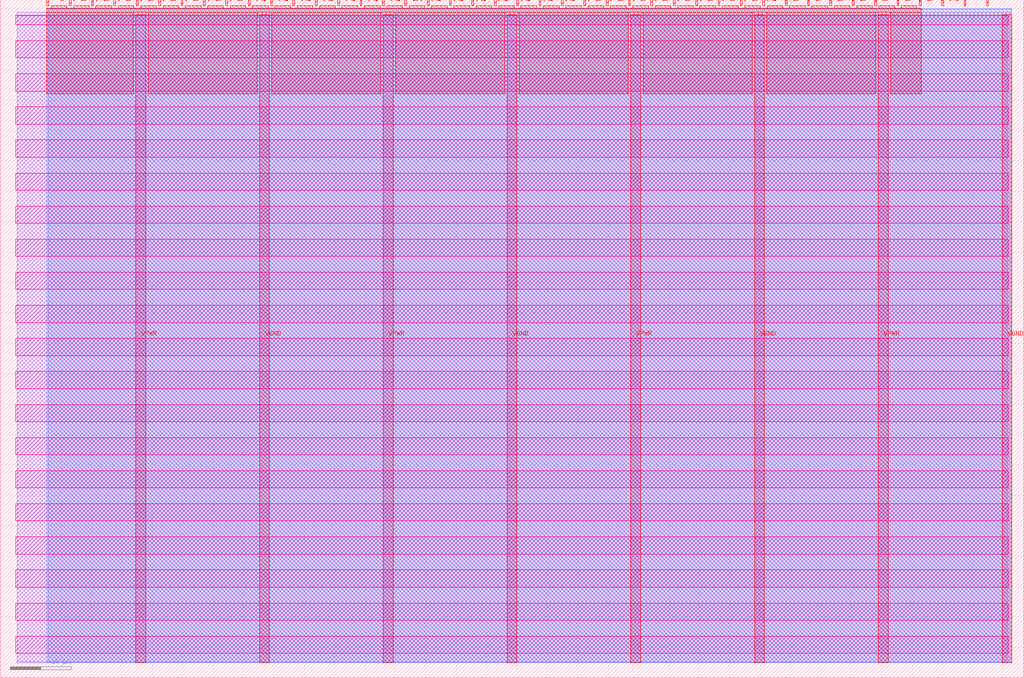
<source format=lef>
VERSION 5.7 ;
  NOWIREEXTENSIONATPIN ON ;
  DIVIDERCHAR "/" ;
  BUSBITCHARS "[]" ;
MACRO tt_um_wokwi_346662028519146068
  CLASS BLOCK ;
  FOREIGN tt_um_wokwi_346662028519146068 ;
  ORIGIN 0.000 0.000 ;
  SIZE 168.360 BY 111.520 ;
  PIN VGND
    DIRECTION INOUT ;
    USE GROUND ;
    PORT
      LAYER met4 ;
        RECT 42.670 2.480 44.270 109.040 ;
    END
    PORT
      LAYER met4 ;
        RECT 83.380 2.480 84.980 109.040 ;
    END
    PORT
      LAYER met4 ;
        RECT 124.090 2.480 125.690 109.040 ;
    END
    PORT
      LAYER met4 ;
        RECT 164.800 2.480 166.400 109.040 ;
    END
  END VGND
  PIN VPWR
    DIRECTION INOUT ;
    USE POWER ;
    PORT
      LAYER met4 ;
        RECT 22.315 2.480 23.915 109.040 ;
    END
    PORT
      LAYER met4 ;
        RECT 63.025 2.480 64.625 109.040 ;
    END
    PORT
      LAYER met4 ;
        RECT 103.735 2.480 105.335 109.040 ;
    END
    PORT
      LAYER met4 ;
        RECT 144.445 2.480 146.045 109.040 ;
    END
  END VPWR
  PIN clk
    DIRECTION INPUT ;
    USE SIGNAL ;
    PORT
      LAYER met4 ;
        RECT 158.550 110.520 158.850 111.520 ;
    END
  END clk
  PIN ena
    DIRECTION INPUT ;
    USE SIGNAL ;
    PORT
      LAYER met4 ;
        RECT 162.230 110.520 162.530 111.520 ;
    END
  END ena
  PIN rst_n
    DIRECTION INPUT ;
    USE SIGNAL ;
    PORT
      LAYER met4 ;
        RECT 154.870 110.520 155.170 111.520 ;
    END
  END rst_n
  PIN ui_in[0]
    DIRECTION INPUT ;
    USE SIGNAL ;
    ANTENNAGATEAREA 0.196500 ;
    PORT
      LAYER met4 ;
        RECT 151.190 110.520 151.490 111.520 ;
    END
  END ui_in[0]
  PIN ui_in[1]
    DIRECTION INPUT ;
    USE SIGNAL ;
    ANTENNAGATEAREA 0.196500 ;
    PORT
      LAYER met4 ;
        RECT 147.510 110.520 147.810 111.520 ;
    END
  END ui_in[1]
  PIN ui_in[2]
    DIRECTION INPUT ;
    USE SIGNAL ;
    ANTENNAGATEAREA 0.196500 ;
    PORT
      LAYER met4 ;
        RECT 143.830 110.520 144.130 111.520 ;
    END
  END ui_in[2]
  PIN ui_in[3]
    DIRECTION INPUT ;
    USE SIGNAL ;
    PORT
      LAYER met4 ;
        RECT 140.150 110.520 140.450 111.520 ;
    END
  END ui_in[3]
  PIN ui_in[4]
    DIRECTION INPUT ;
    USE SIGNAL ;
    PORT
      LAYER met4 ;
        RECT 136.470 110.520 136.770 111.520 ;
    END
  END ui_in[4]
  PIN ui_in[5]
    DIRECTION INPUT ;
    USE SIGNAL ;
    PORT
      LAYER met4 ;
        RECT 132.790 110.520 133.090 111.520 ;
    END
  END ui_in[5]
  PIN ui_in[6]
    DIRECTION INPUT ;
    USE SIGNAL ;
    PORT
      LAYER met4 ;
        RECT 129.110 110.520 129.410 111.520 ;
    END
  END ui_in[6]
  PIN ui_in[7]
    DIRECTION INPUT ;
    USE SIGNAL ;
    PORT
      LAYER met4 ;
        RECT 125.430 110.520 125.730 111.520 ;
    END
  END ui_in[7]
  PIN uio_in[0]
    DIRECTION INPUT ;
    USE SIGNAL ;
    PORT
      LAYER met4 ;
        RECT 121.750 110.520 122.050 111.520 ;
    END
  END uio_in[0]
  PIN uio_in[1]
    DIRECTION INPUT ;
    USE SIGNAL ;
    PORT
      LAYER met4 ;
        RECT 118.070 110.520 118.370 111.520 ;
    END
  END uio_in[1]
  PIN uio_in[2]
    DIRECTION INPUT ;
    USE SIGNAL ;
    PORT
      LAYER met4 ;
        RECT 114.390 110.520 114.690 111.520 ;
    END
  END uio_in[2]
  PIN uio_in[3]
    DIRECTION INPUT ;
    USE SIGNAL ;
    PORT
      LAYER met4 ;
        RECT 110.710 110.520 111.010 111.520 ;
    END
  END uio_in[3]
  PIN uio_in[4]
    DIRECTION INPUT ;
    USE SIGNAL ;
    PORT
      LAYER met4 ;
        RECT 107.030 110.520 107.330 111.520 ;
    END
  END uio_in[4]
  PIN uio_in[5]
    DIRECTION INPUT ;
    USE SIGNAL ;
    PORT
      LAYER met4 ;
        RECT 103.350 110.520 103.650 111.520 ;
    END
  END uio_in[5]
  PIN uio_in[6]
    DIRECTION INPUT ;
    USE SIGNAL ;
    PORT
      LAYER met4 ;
        RECT 99.670 110.520 99.970 111.520 ;
    END
  END uio_in[6]
  PIN uio_in[7]
    DIRECTION INPUT ;
    USE SIGNAL ;
    PORT
      LAYER met4 ;
        RECT 95.990 110.520 96.290 111.520 ;
    END
  END uio_in[7]
  PIN uio_oe[0]
    DIRECTION OUTPUT TRISTATE ;
    USE SIGNAL ;
    PORT
      LAYER met4 ;
        RECT 33.430 110.520 33.730 111.520 ;
    END
  END uio_oe[0]
  PIN uio_oe[1]
    DIRECTION OUTPUT TRISTATE ;
    USE SIGNAL ;
    PORT
      LAYER met4 ;
        RECT 29.750 110.520 30.050 111.520 ;
    END
  END uio_oe[1]
  PIN uio_oe[2]
    DIRECTION OUTPUT TRISTATE ;
    USE SIGNAL ;
    PORT
      LAYER met4 ;
        RECT 26.070 110.520 26.370 111.520 ;
    END
  END uio_oe[2]
  PIN uio_oe[3]
    DIRECTION OUTPUT TRISTATE ;
    USE SIGNAL ;
    PORT
      LAYER met4 ;
        RECT 22.390 110.520 22.690 111.520 ;
    END
  END uio_oe[3]
  PIN uio_oe[4]
    DIRECTION OUTPUT TRISTATE ;
    USE SIGNAL ;
    PORT
      LAYER met4 ;
        RECT 18.710 110.520 19.010 111.520 ;
    END
  END uio_oe[4]
  PIN uio_oe[5]
    DIRECTION OUTPUT TRISTATE ;
    USE SIGNAL ;
    PORT
      LAYER met4 ;
        RECT 15.030 110.520 15.330 111.520 ;
    END
  END uio_oe[5]
  PIN uio_oe[6]
    DIRECTION OUTPUT TRISTATE ;
    USE SIGNAL ;
    PORT
      LAYER met4 ;
        RECT 11.350 110.520 11.650 111.520 ;
    END
  END uio_oe[6]
  PIN uio_oe[7]
    DIRECTION OUTPUT TRISTATE ;
    USE SIGNAL ;
    PORT
      LAYER met4 ;
        RECT 7.670 110.520 7.970 111.520 ;
    END
  END uio_oe[7]
  PIN uio_out[0]
    DIRECTION OUTPUT TRISTATE ;
    USE SIGNAL ;
    PORT
      LAYER met4 ;
        RECT 62.870 110.520 63.170 111.520 ;
    END
  END uio_out[0]
  PIN uio_out[1]
    DIRECTION OUTPUT TRISTATE ;
    USE SIGNAL ;
    PORT
      LAYER met4 ;
        RECT 59.190 110.520 59.490 111.520 ;
    END
  END uio_out[1]
  PIN uio_out[2]
    DIRECTION OUTPUT TRISTATE ;
    USE SIGNAL ;
    PORT
      LAYER met4 ;
        RECT 55.510 110.520 55.810 111.520 ;
    END
  END uio_out[2]
  PIN uio_out[3]
    DIRECTION OUTPUT TRISTATE ;
    USE SIGNAL ;
    PORT
      LAYER met4 ;
        RECT 51.830 110.520 52.130 111.520 ;
    END
  END uio_out[3]
  PIN uio_out[4]
    DIRECTION OUTPUT TRISTATE ;
    USE SIGNAL ;
    PORT
      LAYER met4 ;
        RECT 48.150 110.520 48.450 111.520 ;
    END
  END uio_out[4]
  PIN uio_out[5]
    DIRECTION OUTPUT TRISTATE ;
    USE SIGNAL ;
    PORT
      LAYER met4 ;
        RECT 44.470 110.520 44.770 111.520 ;
    END
  END uio_out[5]
  PIN uio_out[6]
    DIRECTION OUTPUT TRISTATE ;
    USE SIGNAL ;
    PORT
      LAYER met4 ;
        RECT 40.790 110.520 41.090 111.520 ;
    END
  END uio_out[6]
  PIN uio_out[7]
    DIRECTION OUTPUT TRISTATE ;
    USE SIGNAL ;
    PORT
      LAYER met4 ;
        RECT 37.110 110.520 37.410 111.520 ;
    END
  END uio_out[7]
  PIN uo_out[0]
    DIRECTION OUTPUT TRISTATE ;
    USE SIGNAL ;
    ANTENNADIFFAREA 0.795200 ;
    PORT
      LAYER met4 ;
        RECT 92.310 110.520 92.610 111.520 ;
    END
  END uo_out[0]
  PIN uo_out[1]
    DIRECTION OUTPUT TRISTATE ;
    USE SIGNAL ;
    PORT
      LAYER met4 ;
        RECT 88.630 110.520 88.930 111.520 ;
    END
  END uo_out[1]
  PIN uo_out[2]
    DIRECTION OUTPUT TRISTATE ;
    USE SIGNAL ;
    PORT
      LAYER met4 ;
        RECT 84.950 110.520 85.250 111.520 ;
    END
  END uo_out[2]
  PIN uo_out[3]
    DIRECTION OUTPUT TRISTATE ;
    USE SIGNAL ;
    PORT
      LAYER met4 ;
        RECT 81.270 110.520 81.570 111.520 ;
    END
  END uo_out[3]
  PIN uo_out[4]
    DIRECTION OUTPUT TRISTATE ;
    USE SIGNAL ;
    PORT
      LAYER met4 ;
        RECT 77.590 110.520 77.890 111.520 ;
    END
  END uo_out[4]
  PIN uo_out[5]
    DIRECTION OUTPUT TRISTATE ;
    USE SIGNAL ;
    ANTENNADIFFAREA 0.795200 ;
    PORT
      LAYER met4 ;
        RECT 73.910 110.520 74.210 111.520 ;
    END
  END uo_out[5]
  PIN uo_out[6]
    DIRECTION OUTPUT TRISTATE ;
    USE SIGNAL ;
    PORT
      LAYER met4 ;
        RECT 70.230 110.520 70.530 111.520 ;
    END
  END uo_out[6]
  PIN uo_out[7]
    DIRECTION OUTPUT TRISTATE ;
    USE SIGNAL ;
    PORT
      LAYER met4 ;
        RECT 66.550 110.520 66.850 111.520 ;
    END
  END uo_out[7]
  OBS
      LAYER nwell ;
        RECT 2.570 107.385 165.790 108.990 ;
        RECT 2.570 101.945 165.790 104.775 ;
        RECT 2.570 96.505 165.790 99.335 ;
        RECT 2.570 91.065 165.790 93.895 ;
        RECT 2.570 85.625 165.790 88.455 ;
        RECT 2.570 80.185 165.790 83.015 ;
        RECT 2.570 74.745 165.790 77.575 ;
        RECT 2.570 69.305 165.790 72.135 ;
        RECT 2.570 63.865 165.790 66.695 ;
        RECT 2.570 58.425 165.790 61.255 ;
        RECT 2.570 52.985 165.790 55.815 ;
        RECT 2.570 47.545 165.790 50.375 ;
        RECT 2.570 42.105 165.790 44.935 ;
        RECT 2.570 36.665 165.790 39.495 ;
        RECT 2.570 31.225 165.790 34.055 ;
        RECT 2.570 25.785 165.790 28.615 ;
        RECT 2.570 20.345 165.790 23.175 ;
        RECT 2.570 14.905 165.790 17.735 ;
        RECT 2.570 9.465 165.790 12.295 ;
        RECT 2.570 4.025 165.790 6.855 ;
      LAYER li1 ;
        RECT 2.760 2.635 165.600 108.885 ;
      LAYER met1 ;
        RECT 2.760 2.480 166.400 109.440 ;
      LAYER met2 ;
        RECT 7.910 2.535 166.370 110.005 ;
      LAYER met3 ;
        RECT 7.630 2.555 166.390 109.985 ;
      LAYER met4 ;
        RECT 8.370 110.120 10.950 110.520 ;
        RECT 12.050 110.120 14.630 110.520 ;
        RECT 15.730 110.120 18.310 110.520 ;
        RECT 19.410 110.120 21.990 110.520 ;
        RECT 23.090 110.120 25.670 110.520 ;
        RECT 26.770 110.120 29.350 110.520 ;
        RECT 30.450 110.120 33.030 110.520 ;
        RECT 34.130 110.120 36.710 110.520 ;
        RECT 37.810 110.120 40.390 110.520 ;
        RECT 41.490 110.120 44.070 110.520 ;
        RECT 45.170 110.120 47.750 110.520 ;
        RECT 48.850 110.120 51.430 110.520 ;
        RECT 52.530 110.120 55.110 110.520 ;
        RECT 56.210 110.120 58.790 110.520 ;
        RECT 59.890 110.120 62.470 110.520 ;
        RECT 63.570 110.120 66.150 110.520 ;
        RECT 67.250 110.120 69.830 110.520 ;
        RECT 70.930 110.120 73.510 110.520 ;
        RECT 74.610 110.120 77.190 110.520 ;
        RECT 78.290 110.120 80.870 110.520 ;
        RECT 81.970 110.120 84.550 110.520 ;
        RECT 85.650 110.120 88.230 110.520 ;
        RECT 89.330 110.120 91.910 110.520 ;
        RECT 93.010 110.120 95.590 110.520 ;
        RECT 96.690 110.120 99.270 110.520 ;
        RECT 100.370 110.120 102.950 110.520 ;
        RECT 104.050 110.120 106.630 110.520 ;
        RECT 107.730 110.120 110.310 110.520 ;
        RECT 111.410 110.120 113.990 110.520 ;
        RECT 115.090 110.120 117.670 110.520 ;
        RECT 118.770 110.120 121.350 110.520 ;
        RECT 122.450 110.120 125.030 110.520 ;
        RECT 126.130 110.120 128.710 110.520 ;
        RECT 129.810 110.120 132.390 110.520 ;
        RECT 133.490 110.120 136.070 110.520 ;
        RECT 137.170 110.120 139.750 110.520 ;
        RECT 140.850 110.120 143.430 110.520 ;
        RECT 144.530 110.120 147.110 110.520 ;
        RECT 148.210 110.120 150.790 110.520 ;
        RECT 7.655 109.440 151.505 110.120 ;
        RECT 7.655 96.055 21.915 109.440 ;
        RECT 24.315 96.055 42.270 109.440 ;
        RECT 44.670 96.055 62.625 109.440 ;
        RECT 65.025 96.055 82.980 109.440 ;
        RECT 85.380 96.055 103.335 109.440 ;
        RECT 105.735 96.055 123.690 109.440 ;
        RECT 126.090 96.055 144.045 109.440 ;
        RECT 146.445 96.055 151.505 109.440 ;
  END
END tt_um_wokwi_346662028519146068
END LIBRARY


</source>
